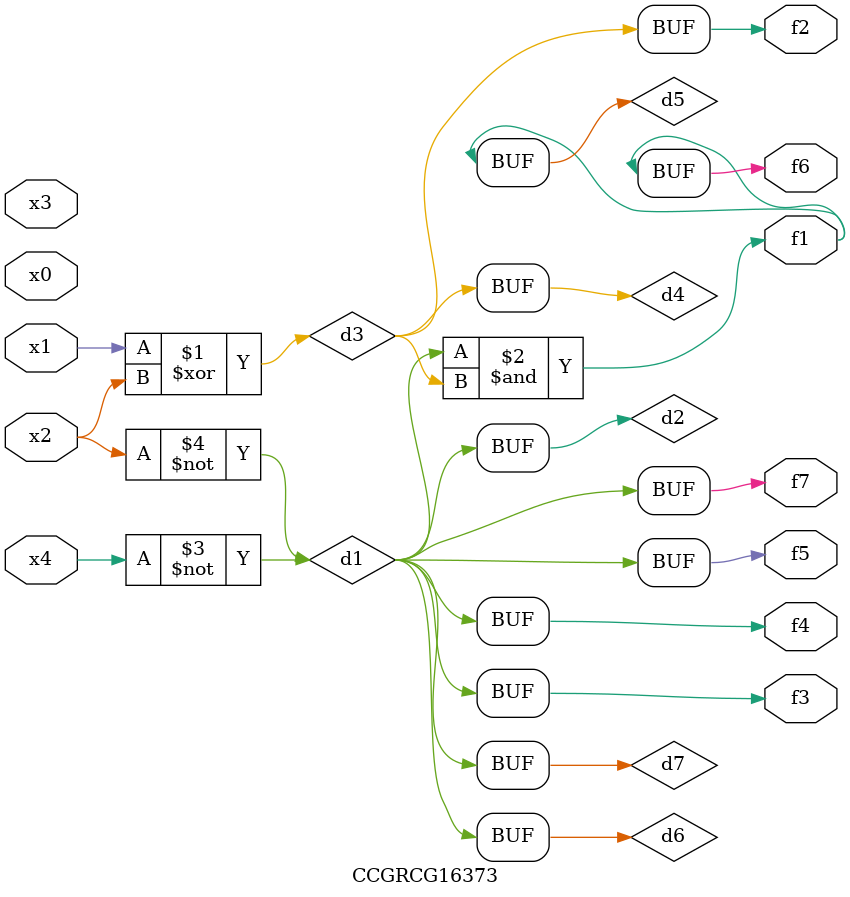
<source format=v>
module CCGRCG16373(
	input x0, x1, x2, x3, x4,
	output f1, f2, f3, f4, f5, f6, f7
);

	wire d1, d2, d3, d4, d5, d6, d7;

	not (d1, x4);
	not (d2, x2);
	xor (d3, x1, x2);
	buf (d4, d3);
	and (d5, d1, d3);
	buf (d6, d1, d2);
	buf (d7, d2);
	assign f1 = d5;
	assign f2 = d4;
	assign f3 = d7;
	assign f4 = d7;
	assign f5 = d7;
	assign f6 = d5;
	assign f7 = d7;
endmodule

</source>
